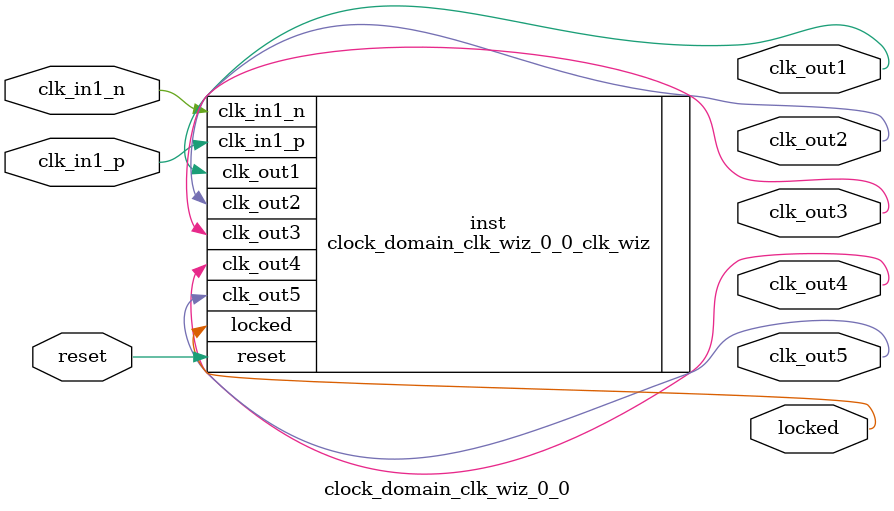
<source format=v>


`timescale 1ps/1ps

(* CORE_GENERATION_INFO = "clock_domain_clk_wiz_0_0,clk_wiz_v6_0_4_0_0,{component_name=clock_domain_clk_wiz_0_0,use_phase_alignment=false,use_min_o_jitter=false,use_max_i_jitter=false,use_dyn_phase_shift=false,use_inclk_switchover=false,use_dyn_reconfig=false,enable_axi=0,feedback_source=FDBK_AUTO,PRIMITIVE=MMCM,num_out_clk=5,clkin1_period=3.333,clkin2_period=10.0,use_power_down=false,use_reset=true,use_locked=true,use_inclk_stopped=false,feedback_type=SINGLE,CLOCK_MGR_TYPE=NA,manual_override=false}" *)

module clock_domain_clk_wiz_0_0 
 (
  // Clock out ports
  output        clk_out1,
  output        clk_out2,
  output        clk_out3,
  output        clk_out4,
  output        clk_out5,
  // Status and control signals
  input         reset,
  output        locked,
 // Clock in ports
  input         clk_in1_p,
  input         clk_in1_n
 );

  clock_domain_clk_wiz_0_0_clk_wiz inst
  (
  // Clock out ports  
  .clk_out1(clk_out1),
  .clk_out2(clk_out2),
  .clk_out3(clk_out3),
  .clk_out4(clk_out4),
  .clk_out5(clk_out5),
  // Status and control signals               
  .reset(reset), 
  .locked(locked),
 // Clock in ports
  .clk_in1_p(clk_in1_p),
  .clk_in1_n(clk_in1_n)
  );

endmodule

</source>
